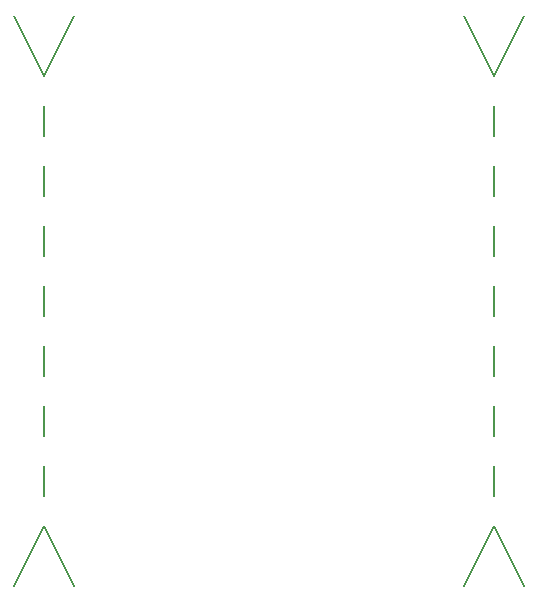
<source format=gbr>
G04 #@! TF.GenerationSoftware,KiCad,Pcbnew,(5.0.2)-1*
G04 #@! TF.CreationDate,2018-12-31T15:38:33+01:00*
G04 #@! TF.ProjectId,EuroRack_LowNoisePowerPCB,4575726f-5261-4636-9b5f-4c6f774e6f69,rev?*
G04 #@! TF.SameCoordinates,Original*
G04 #@! TF.FileFunction,Legend,Bot*
G04 #@! TF.FilePolarity,Positive*
%FSLAX46Y46*%
G04 Gerber Fmt 4.6, Leading zero omitted, Abs format (unit mm)*
G04 Created by KiCad (PCBNEW (5.0.2)-1) date 31/12/2018 15:38:33*
%MOMM*%
%LPD*%
G01*
G04 APERTURE LIST*
%ADD10C,0.200000*%
G04 APERTURE END LIST*
D10*
X177800000Y-124460000D02*
X177800000Y-127000000D01*
X177800000Y-104140000D02*
X177800000Y-106680000D01*
X177800000Y-109220000D02*
X177800000Y-111760000D01*
X177800000Y-114300000D02*
X177800000Y-116840000D01*
X177800000Y-119380000D02*
X177800000Y-121920000D01*
X177800000Y-139700000D02*
X180340000Y-144780000D01*
X177800000Y-101600000D02*
X175260000Y-96520000D01*
X177800000Y-129540000D02*
X177800000Y-132080000D01*
X177800000Y-101600000D02*
X180340000Y-96520000D01*
X175260000Y-144780000D02*
X177800000Y-139700000D01*
X177800000Y-134620000D02*
X177800000Y-137160000D01*
X139700000Y-101600000D02*
X142240000Y-96520000D01*
X139700000Y-101600000D02*
X137160000Y-96520000D01*
X139700000Y-139700000D02*
X142240000Y-144780000D01*
X137160000Y-144780000D02*
X139700000Y-139700000D01*
X139700000Y-134620000D02*
X139700000Y-137160000D01*
X139700000Y-129540000D02*
X139700000Y-132080000D01*
X139700000Y-124460000D02*
X139700000Y-127000000D01*
X139700000Y-119380000D02*
X139700000Y-121920000D01*
X139700000Y-114300000D02*
X139700000Y-116840000D01*
X139700000Y-104140000D02*
X139700000Y-106680000D01*
X139700000Y-109220000D02*
X139700000Y-111760000D01*
M02*

</source>
